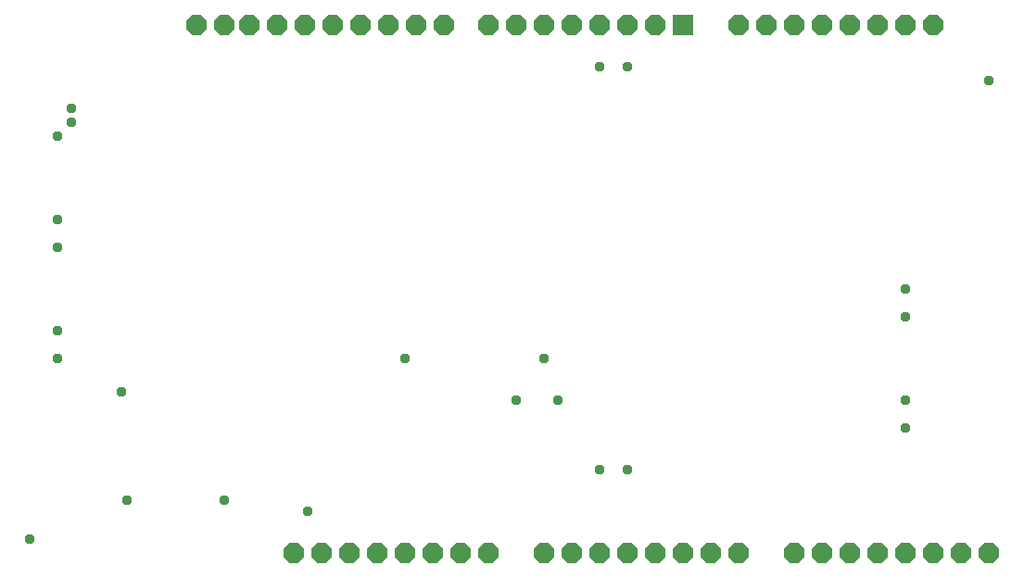
<source format=gbr>
G04 EAGLE Gerber RS-274X export*
G75*
%MOMM*%
%FSLAX34Y34*%
%LPD*%
%INSoldermask Bottom*%
%IPPOS*%
%AMOC8*
5,1,8,0,0,1.08239X$1,22.5*%
G01*
G04 Define Apertures*
%ADD10P,2.03446X8X22.5*%
%ADD11R,1.879600X1.879600*%
%ADD12C,0.959600*%
D10*
X533400Y508000D03*
X508000Y25400D03*
X558800Y508000D03*
X584200Y508000D03*
X609600Y508000D03*
D11*
X635000Y508000D03*
D10*
X508000Y508000D03*
X482600Y508000D03*
X457200Y508000D03*
X416560Y508000D03*
X391160Y508000D03*
X365760Y508000D03*
X340360Y508000D03*
X314960Y508000D03*
X289560Y508000D03*
X264160Y508000D03*
X238760Y508000D03*
X533400Y25400D03*
X558800Y25400D03*
X584200Y25400D03*
X609600Y25400D03*
X635000Y25400D03*
X457200Y25400D03*
X431800Y25400D03*
X406400Y25400D03*
X381000Y25400D03*
X355600Y25400D03*
X330200Y25400D03*
X685800Y508000D03*
X711200Y508000D03*
X736600Y508000D03*
X762000Y508000D03*
X787400Y508000D03*
X812800Y508000D03*
X838200Y508000D03*
X863600Y508000D03*
X660400Y25400D03*
X685800Y25400D03*
X736600Y25400D03*
X762000Y25400D03*
X787400Y25400D03*
X812800Y25400D03*
X838200Y25400D03*
X863600Y25400D03*
X889000Y25400D03*
X914400Y25400D03*
X215900Y508000D03*
X190500Y508000D03*
X304800Y25400D03*
X279400Y25400D03*
D12*
X215900Y73660D03*
X127000Y73660D03*
X38100Y38100D03*
X121920Y172720D03*
X292100Y63500D03*
X508000Y203200D03*
X63500Y203200D03*
X63500Y304800D03*
X63500Y406400D03*
X838200Y241300D03*
X838200Y139700D03*
X914400Y457200D03*
X482600Y165100D03*
X63500Y228600D03*
X63500Y330200D03*
X520700Y165100D03*
X76200Y431800D03*
X584200Y101600D03*
X76200Y419100D03*
X558800Y101600D03*
X838200Y165100D03*
X558800Y469900D03*
X838200Y266700D03*
X584200Y469900D03*
X381000Y203200D03*
M02*

</source>
